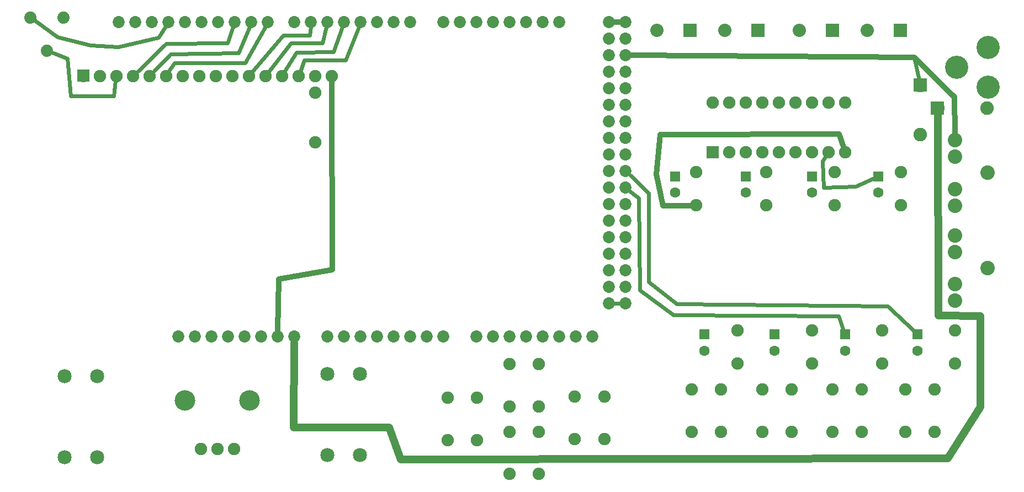
<source format=gtl>
G04 MADE WITH FRITZING*
G04 WWW.FRITZING.ORG*
G04 DOUBLE SIDED*
G04 HOLES PLATED*
G04 CONTOUR ON CENTER OF CONTOUR VECTOR*
%ASAXBY*%
%FSLAX23Y23*%
%MOIN*%
%OFA0B0*%
%SFA1.0B1.0*%
%ADD10C,0.082000*%
%ADD11C,0.074000*%
%ADD12C,0.075000*%
%ADD13C,0.074667*%
%ADD14C,0.074695*%
%ADD15C,0.124033*%
%ADD16C,0.062992*%
%ADD17C,0.080000*%
%ADD18C,0.140000*%
%ADD19C,0.087695*%
%ADD20C,0.087722*%
%ADD21C,0.085000*%
%ADD22C,0.072917*%
%ADD23R,0.082000X0.082000*%
%ADD24R,0.075000X0.075000*%
%ADD25R,0.062992X0.062992*%
%ADD26R,0.080000X0.080000*%
%ADD27C,0.024000*%
%ADD28C,0.032000*%
%ADD29C,0.048000*%
%ADD30R,0.001000X0.001000*%
%LNCOPPER1*%
G90*
G70*
G54D10*
X5539Y2417D03*
X5539Y2119D03*
X5645Y2278D03*
X5943Y2278D03*
G54D11*
X367Y2827D03*
X267Y2627D03*
X167Y2827D03*
X367Y2827D03*
X267Y2627D03*
X167Y2827D03*
G54D12*
X1885Y2374D03*
X1885Y2074D03*
G54D13*
X1195Y219D03*
X1295Y219D03*
G54D14*
X1395Y219D03*
G54D15*
X1101Y514D03*
X1489Y514D03*
G54D12*
X4285Y2014D03*
X4285Y2314D03*
X4385Y2014D03*
X4385Y2314D03*
X4485Y2014D03*
X4485Y2314D03*
X4585Y2014D03*
X4585Y2314D03*
X4685Y2014D03*
X4685Y2314D03*
X4785Y2014D03*
X4785Y2314D03*
X4885Y2014D03*
X4885Y2314D03*
X4985Y2014D03*
X4985Y2314D03*
X5085Y2014D03*
X5085Y2314D03*
X5423Y1892D03*
X5423Y1692D03*
X5749Y937D03*
X5749Y737D03*
X5023Y1892D03*
X5023Y1692D03*
X5310Y937D03*
X5310Y737D03*
X4610Y1892D03*
X4610Y1692D03*
X4885Y937D03*
X4885Y737D03*
X4185Y1892D03*
X4185Y1692D03*
X4435Y937D03*
X4435Y737D03*
G54D16*
X5285Y1867D03*
X5285Y1769D03*
X5524Y912D03*
X5524Y813D03*
X4885Y1867D03*
X4885Y1769D03*
X5085Y912D03*
X5085Y813D03*
X4485Y1867D03*
X4485Y1769D03*
X4660Y912D03*
X4660Y813D03*
X4060Y1867D03*
X4060Y1769D03*
X4235Y912D03*
X4235Y813D03*
G54D17*
X4558Y2749D03*
X4358Y2749D03*
X5010Y2749D03*
X4810Y2749D03*
X5420Y2749D03*
X5220Y2749D03*
X4148Y2749D03*
X3948Y2749D03*
G54D18*
X5948Y2407D03*
X5948Y2647D03*
X5758Y2527D03*
G54D12*
X485Y2474D03*
X585Y2474D03*
X685Y2474D03*
X785Y2474D03*
X885Y2474D03*
X985Y2474D03*
X1085Y2474D03*
X1185Y2474D03*
X1285Y2474D03*
X1385Y2474D03*
X1485Y2474D03*
X1585Y2474D03*
X1685Y2474D03*
X1785Y2474D03*
X1885Y2474D03*
X1985Y2474D03*
G54D19*
X5947Y1313D03*
G54D20*
X5751Y1116D03*
X5751Y1215D03*
G54D19*
X5751Y1411D03*
G54D20*
X5751Y1510D03*
G54D19*
X5947Y1888D03*
G54D20*
X5751Y1691D03*
X5751Y1790D03*
G54D19*
X5751Y1986D03*
G54D20*
X5751Y2085D03*
G54D12*
X3058Y477D03*
X3058Y733D03*
X3235Y477D03*
X3235Y733D03*
X5626Y580D03*
X5626Y324D03*
X5449Y580D03*
X5449Y324D03*
X5187Y580D03*
X5187Y324D03*
X5010Y580D03*
X5010Y324D03*
X4762Y580D03*
X4762Y324D03*
X4585Y580D03*
X4585Y324D03*
X3058Y68D03*
X3058Y324D03*
X3235Y68D03*
X3235Y324D03*
X2862Y530D03*
X2862Y274D03*
X2685Y530D03*
X2685Y274D03*
X4337Y580D03*
X4337Y324D03*
X4160Y580D03*
X4160Y324D03*
X3454Y279D03*
X3454Y535D03*
X3632Y279D03*
X3632Y535D03*
G54D21*
X1960Y182D03*
X2157Y182D03*
X2157Y674D03*
X1960Y674D03*
X1960Y182D03*
X2157Y182D03*
X2157Y674D03*
X1960Y674D03*
X372Y169D03*
X569Y169D03*
X569Y661D03*
X372Y661D03*
X372Y169D03*
X569Y169D03*
X569Y661D03*
X372Y661D03*
G54D22*
X2960Y899D03*
X1360Y899D03*
X3060Y899D03*
X3160Y899D03*
X3260Y899D03*
X3360Y899D03*
X3660Y2299D03*
X3460Y899D03*
X3560Y899D03*
X1400Y2799D03*
X1960Y899D03*
X2060Y899D03*
X2160Y899D03*
X2260Y899D03*
X3660Y1499D03*
X2360Y899D03*
X2460Y899D03*
X2560Y899D03*
X2660Y899D03*
X2160Y2799D03*
X3660Y2699D03*
X3660Y1899D03*
X3660Y1099D03*
X1000Y2799D03*
X1760Y899D03*
X1760Y2799D03*
X3660Y2499D03*
X3660Y2099D03*
X3660Y1699D03*
X3360Y2799D03*
X3660Y1299D03*
X3260Y2799D03*
X3160Y2799D03*
X3060Y2799D03*
X2960Y2799D03*
X2860Y2799D03*
X2760Y2799D03*
X2660Y2799D03*
X800Y2799D03*
X1200Y2799D03*
X1600Y2799D03*
X1160Y899D03*
X1560Y899D03*
X2360Y2799D03*
X1960Y2799D03*
X3660Y2799D03*
X3660Y2599D03*
X3660Y2399D03*
X3660Y2199D03*
X3660Y1999D03*
X3660Y1799D03*
X3660Y1599D03*
X3660Y1399D03*
X3660Y1199D03*
X700Y2799D03*
X900Y2799D03*
X1100Y2799D03*
X1300Y2799D03*
X1500Y2799D03*
X1060Y899D03*
X1260Y899D03*
X1460Y899D03*
X1660Y899D03*
X2460Y2799D03*
X2260Y2799D03*
X2060Y2799D03*
X1860Y2799D03*
X3760Y2799D03*
X3760Y2699D03*
X3760Y2599D03*
X3760Y2499D03*
X3760Y2399D03*
X3760Y2299D03*
X3760Y2199D03*
X3760Y2099D03*
X3760Y1999D03*
X3760Y1899D03*
X3760Y1799D03*
X3760Y1699D03*
X3760Y1599D03*
X3760Y1499D03*
X3760Y1399D03*
X3760Y1299D03*
X3760Y1199D03*
X3760Y1099D03*
X2860Y899D03*
G54D23*
X5539Y2418D03*
X5644Y2278D03*
G54D24*
X4285Y2014D03*
G54D25*
X5285Y1867D03*
X5524Y912D03*
X4885Y1867D03*
X5085Y912D03*
X4485Y1867D03*
X4660Y912D03*
X4060Y1867D03*
X4235Y912D03*
G54D26*
X4558Y2749D03*
X5010Y2749D03*
X5420Y2749D03*
X4148Y2749D03*
G54D24*
X485Y2475D03*
G54D27*
X3690Y1099D02*
X3730Y1099D01*
G54D28*
D02*
X3947Y1878D02*
X3987Y1688D01*
D02*
X3987Y1688D02*
X4151Y1691D01*
D02*
X3971Y2120D02*
X3947Y1878D01*
D02*
X5050Y2124D02*
X3971Y2120D01*
D02*
X5075Y2047D02*
X5050Y2124D01*
G54D27*
D02*
X5502Y2585D02*
X5532Y2448D01*
G54D29*
D02*
X2332Y349D02*
X2404Y157D01*
D02*
X2404Y157D02*
X5707Y163D01*
D02*
X5707Y163D02*
X5902Y473D01*
D02*
X5902Y473D02*
X5902Y1022D01*
D02*
X5902Y1022D02*
X5648Y1025D01*
D02*
X5648Y1025D02*
X5645Y2235D01*
D02*
X1757Y351D02*
X2332Y349D01*
D02*
X1760Y858D02*
X1757Y351D01*
G54D28*
D02*
X1988Y1303D02*
X1985Y2440D01*
D02*
X1665Y1246D02*
X1988Y1303D01*
D02*
X1661Y935D02*
X1665Y1246D01*
G54D27*
D02*
X1355Y2672D02*
X1390Y2771D01*
D02*
X986Y2668D02*
X1355Y2672D01*
D02*
X806Y2494D02*
X986Y2668D01*
D02*
X1422Y2612D02*
X1489Y2771D01*
D02*
X1012Y2605D02*
X1422Y2612D01*
D02*
X905Y2495D02*
X1012Y2605D01*
D02*
X1463Y2553D02*
X1035Y2553D01*
D02*
X1035Y2553D02*
X1000Y2499D01*
D02*
X1586Y2773D02*
X1463Y2553D01*
D02*
X1854Y2720D02*
X1694Y2720D01*
D02*
X1694Y2720D02*
X1504Y2496D01*
D02*
X1858Y2769D02*
X1854Y2720D01*
D02*
X1928Y2672D02*
X1953Y2770D01*
D02*
X1738Y2672D02*
X1928Y2672D01*
D02*
X1603Y2497D02*
X1738Y2672D01*
D02*
X1772Y2616D02*
X1700Y2499D01*
D02*
X1995Y2620D02*
X1772Y2616D01*
D02*
X2050Y2771D02*
X1995Y2620D01*
D02*
X2070Y2568D02*
X1820Y2568D01*
D02*
X1820Y2568D02*
X1795Y2501D01*
D02*
X2149Y2771D02*
X2070Y2568D01*
D02*
X695Y2650D02*
X528Y2661D01*
D02*
X528Y2661D02*
X328Y2709D01*
D02*
X939Y2706D02*
X695Y2650D01*
D02*
X409Y2354D02*
X669Y2354D01*
D02*
X669Y2354D02*
X681Y2446D01*
D02*
X296Y2616D02*
X391Y2580D01*
D02*
X391Y2580D02*
X409Y2354D01*
G54D28*
D02*
X5502Y2585D02*
X5746Y2345D01*
G54D27*
D02*
X328Y2709D02*
X192Y2809D01*
D02*
X984Y2774D02*
X939Y2706D01*
D02*
X4069Y1095D02*
X3898Y1231D01*
D02*
X3898Y1231D02*
X3898Y1765D01*
D02*
X3898Y1765D02*
X3782Y1878D01*
D02*
X3838Y1736D02*
X3784Y1780D01*
D02*
X5344Y1082D02*
X4069Y1095D01*
D02*
X5505Y930D02*
X5344Y1082D01*
G54D28*
D02*
X3796Y2599D02*
X5502Y2585D01*
D02*
X5746Y2345D02*
X5750Y2128D01*
G54D27*
D02*
X3846Y1179D02*
X3838Y1736D01*
D02*
X5076Y937D02*
X5046Y1022D01*
D02*
X4050Y1028D02*
X3846Y1179D01*
D02*
X5046Y1022D02*
X4050Y1028D01*
G54D28*
D02*
X3724Y2799D02*
X3696Y2799D01*
G54D27*
D02*
X5151Y1805D02*
X4957Y1801D01*
D02*
X4949Y1959D02*
X4970Y1990D01*
D02*
X4957Y1801D02*
X4949Y1959D01*
D02*
X5261Y1856D02*
X5151Y1805D01*
G54D30*
D02*
G04 End of Copper1*
M02*
</source>
